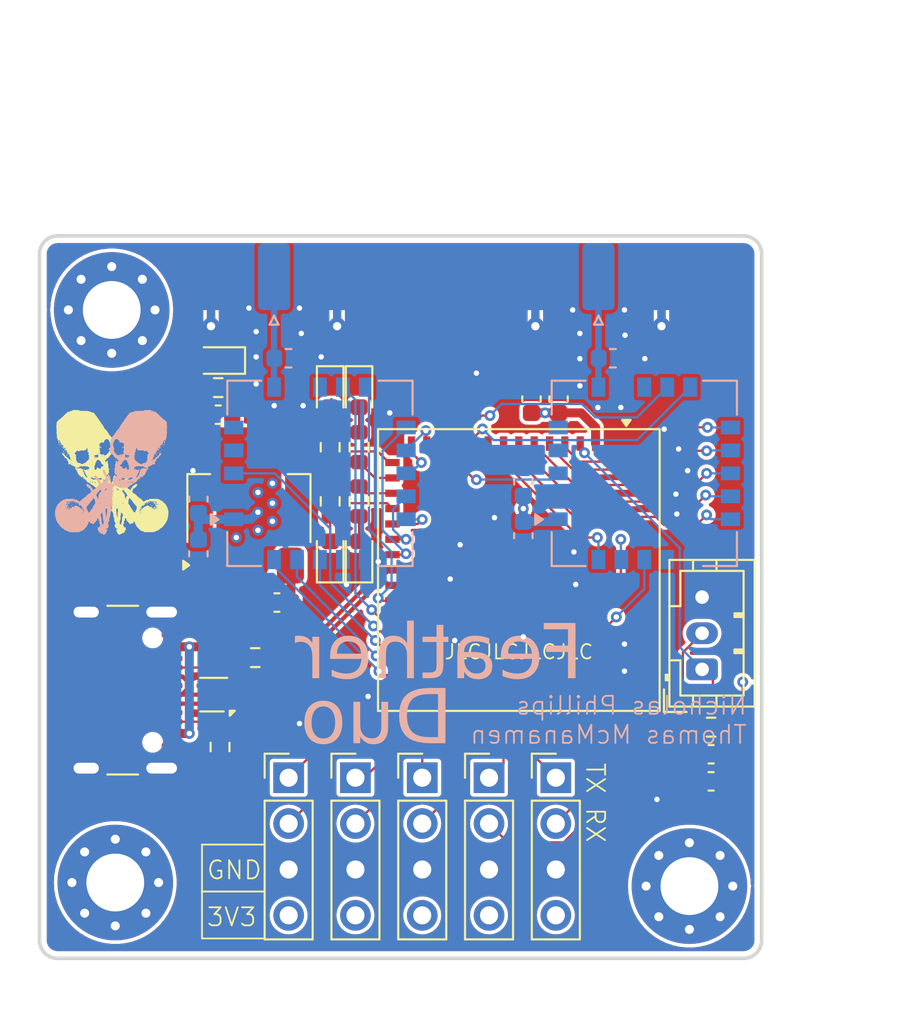
<source format=kicad_pcb>
(kicad_pcb (version 20240108) (generator "pcbnew") (generator_version "8.0")
  (title_block (title "Feather Duo") (date "2/14/2025") (rev "A") (company "Illinois Space Society") (comment 4 "Contributors: Nicholas Phillips, Thomas McManamen"))
  (layers (0 "F.Cu" signal) (1 "In1.Cu" signal) (2 "In2.Cu" signal) (31 "B.Cu" signal) (34 "B.Paste" user) (35 "F.Paste" user) (36 "B.SilkS" user "B.Silkscreen") (37 "F.SilkS" user "F.Silkscreen") (38 "B.Mask" user) (39 "F.Mask" user) (44 "Edge.Cuts" user))
  (net 0 "")
  (net 1 "GND")
  (net 2 "+3V3")
  (net 3 "/RESET")
  (net 4 "/BOOT")
  (net 5 "+5V")
  (net 6 "Net-(D101-A)")
  (net 7 "Net-(D102-A)")
  (net 8 "Net-(D103-A)")
  (net 9 "Net-(D104-A)")
  (net 11 "/D+")
  (net 13 "/D-")
  (net 16 "Net-(J201-In)")
  (net 17 "Net-(J301-In)")
  (net 18 "/E22_RXEN_1")
  (net 19 "/LED_RED")
  (net 20 "/LED_ORANGE")
  (net 21 "/LED_GREEN")
  (net 22 "/LED_BLUE")
  (net 23 "/E22_DI01_0")
  (net 24 "/E22_DI03_1")
  (net 25 "/E22_BUSY_0")
  (net 26 "/E22_TXEN_1")
  (net 27 "/E22_DI02_1")
  (net 28 "/E22_RESET_0")
  (net 29 "/E22_BUSY_1")
  (net 30 "/E22_RESET_1")
  (net 31 "/E22_CS_0")
  (net 32 "/E22_TXEN_0")
  (net 33 "/E22_CS_1")
  (net 34 "/E22_DI01_1")
  (net 35 "/E22_DI03_0")
  (net 36 "/E22_DI02_0")
  (net 37 "/E22_RXEN_0")
  (net 38 "/USB_D+")
  (net 39 "/USB_D-")
  (net 49 "Net-(D105-A)")
  (net 50 "/SPI_SCK_0")
  (net 51 "/SPI_SCK_1")
  (net 52 "/SPI_MISO_0")
  (net 53 "/SPI_MOSI_0")
  (net 54 "/SPI_MOSI_1")
  (net 55 "/SPI_MISO_1")
  (net 56 "/TX")
  (net 57 "/RX")
  (net 82 "Net-(J106-CC2)")
  (net 83 "Net-(J106-CC1)")
  (net 85 "/IO35")
  (net 86 "/IO36")
  (net 87 "/IO40")
  (net 88 "/IO39")
  (net 89 "/IO38")
  (net 90 "/IO37")
  (net 91 "/IO46")
  (net 92 "/IO41")
  (footprint "MountingHole:MountingHole_3.2mm_M3_Pad_Via" (layer "F.Cu") (at 156 89)
    (property "Reference" "H101" (hide yes))
    (property "Value" "M3" (hide yes))
  )
  (footprint "LED_SMD:LED_0603_1608Metric" (layer "F.Cu") (at 137.7 61.7 -90)
    (property "Reference" "D103" (hide yes))
    (property "Value" "GREEN LED")
  )
  (footprint "Capacitor_SMD:C_0603_1608Metric" (layer "F.Cu") (at 129.9 62.9 180)
    (property "Reference" "C106" (hide yes))
    (property "Value" "22uF")
  )
  (footprint "Resistor_SMD:R_0603_1608Metric" (layer "F.Cu") (at 137.7 64.7 90)
    (property "Reference" "R104" (hide yes))
    (property "Value" "1k")
  )
  (footprint "LED_SMD:LED_0603_1608Metric" (layer "F.Cu") (at 136.1 70.7 90)
    (property "Reference" "D101" (hide yes))
    (property "Value" "RED LED")
  )
  (footprint "Resistor_SMD:R_0603_1608Metric" (layer "F.Cu") (at 129.9 61.4 180)
    (property "Reference" "R108" (hide yes))
    (property "Value" "1k")
  )
  (footprint "Package_DFN_QFN:ST_UQFN-6L_1.5x1.7mm_P0.5mm" (layer "F.Cu") (at 129.65 78.4 180)
    (property "Reference" "U102" (hide yes))
    (property "Value" "ECMF02-2AMX6")
  )
  (footprint "Resistor_SMD:R_0603_1608Metric" (layer "F.Cu") (at 136.1 67.7 -90)
    (property "Reference" "R102" (hide yes))
    (property "Value" "1k")
  )
  (footprint "Resistor_SMD:R_0603_1608Metric" (layer "F.Cu") (at 157.2 80.2 180)
    (property "Reference" "R101" (hide yes))
    (property "Value" "20k")
  )
  (footprint "memes:doot" (layer "F.Cu") (at 124 66.1)
    (property "Reference" "G***" (hide yes))
    (property "Value" "LOGO" (hide yes))
  )
  (footprint "LED_SMD:LED_0603_1608Metric" (layer "F.Cu") (at 136.1 61.7 -90)
    (property "Reference" "D104" (hide yes))
    (property "Value" "BLUE LED")
  )
  (footprint "Capacitor_SMD:C_0603_1608Metric" (layer "F.Cu") (at 147.25 62.025 -90)
    (property "Reference" "C102" (hide yes))
    (property "Value" "0.1uF")
  )
  (footprint "LED_SMD:LED_0603_1608Metric" (layer "F.Cu") (at 129.9 59.9 180)
    (property "Reference" "D105" (hide yes))
    (property "Value" "RED LED")
  )
  (footprint "Resistor_SMD:R_0603_1608Metric" (layer "F.Cu") (at 131.95 76.35)
    (property "Reference" "R106" (hide yes))
    (property "Value" "5.1k")
  )
  (footprint "Connector_PinHeader_2.54mm:PinHeader_1x04_P2.54mm_Vertical" (layer "F.Cu") (at 144.9 83)
    (property "Reference" "J105" (hide yes))
    (property "Value" "Conn_01x04")
  )
  (footprint "Connector_PinHeader_2.54mm:PinHeader_1x04_P2.54mm_Vertical" (layer "F.Cu") (at 148.6 83)
    (property "Reference" "J107" (hide yes))
    (property "Value" "Conn_01x04")
  )
  (footprint "Capacitor_SMD:C_0603_1608Metric" (layer "F.Cu") (at 133.15 73.3 180)
    (property "Reference" "C105" (hide yes))
    (property "Value" "10uF")
  )
  (footprint "Connector_PinHeader_2.54mm:PinHeader_1x04_P2.54mm_Vertical" (layer "F.Cu") (at 137.5 83)
    (property "Reference" "J102" (hide yes))
    (property "Value" "Conn_01x04")
  )
  (footprint "Capacitor_SMD:C_0603_1608Metric" (layer "F.Cu") (at 148.75 62.025 -90)
    (property "Reference" "C101" (hide yes))
    (property "Value" "22uF")
  )
  (footprint "Resistor_SMD:R_0603_1608Metric" (layer "F.Cu") (at 136.1 64.7 90)
    (property "Reference" "R105" (hide yes))
    (property "Value" "1k")
  )
  (footprint "Resistor_SMD:R_0603_1608Metric" (layer "F.Cu") (at 130 81.3 -90)
    (property "Reference" "R107" (hide yes))
    (property "Value" "5.1k")
  )
  (footprint "Connector_USB:USB_C_Receptacle_GCT_USB4105-xx-A_16P_TopMnt_Horizontal" (layer "F.Cu") (at 123.66 78.15 -90)
    (property "Reference" "J106" (hide yes))
    (property "Value" "USB4105-GF-A")
  )
  (footprint "Resistor_SMD:R_0603_1608Metric" (layer "F.Cu") (at 137.7 67.7 -90)
    (property "Reference" "R103" (hide yes))
    (property "Value" "1k")
  )
  (footprint "Connector_PinHeader_2.54mm:PinHeader_1x04_P2.54mm_Vertical" (layer "F.Cu") (at 133.8 83)
    (property "Reference" "J101" (hide yes))
    (property "Value" "Conn_01x04")
  )
  (footprint "LED_SMD:LED_0603_1608Metric" (layer "F.Cu") (at 137.7 70.7 90)
    (property "Reference" "D102" (hide yes))
    (property "Value" "ORANGE LED")
  )
  (footprint "Package_TO_SOT_SMD:SOT-223-3_TabPin2" (layer "F.Cu") (at 131.6 68.1 90)
    (property "Reference" "U103" (hide yes))
    (property "Value" "AMS1117-3.3")
  )
  (footprint "Connector_PinHeader_2.54mm:PinHeader_1x04_P2.54mm_Vertical" (layer "F.Cu") (at 141.2 83)
    (property "Reference" "J104" (hide yes))
    (property "Value" "Conn_01x04")
  )
  (footprint "Capacitor_SMD:C_0603_1608Metric" (layer "F.Cu") (at 157.2 83.2)
    (property "Reference" "C104" (hide yes))
    (property "Value" "1uF")
  )
  (footprint "MountingHole:MountingHole_3.2mm_M3_Pad_Via" (layer "F.Cu") (at 124.197056 88.802944)
    (property "Reference" "H103" (hide yes))
    (property "Value" "M3" (hide yes))
  )
  (footprint "Connector_JST:JST_PH_B3B-PH-K_1x03_P2.00mm_Vertical" (layer "F.Cu") (at 156.7 77 90)
    (property "Reference" "J103" (hide yes))
    (property "Value" "Conn_01x03")
  )
  (footprint "MountingHole:MountingHole_3.2mm_M3_Pad_Via" (layer "F.Cu") (at 124 57.1)
    (property "Reference" "H102" (hide yes))
    (property "Value" "M3")
  )
  (footprint "Capacitor_SMD:C_0603_1608Metric" (layer "F.Cu") (at 157.2 81.7)
    (property "Reference" "C103" (hide yes))
    (property "Value" "1uF")
  )
  (footprint "RF_Module:ESP32-S2-MINI-1U" (layer "F.Cu") (at 146.55 71.5 -90)
    (property "Reference" "U101" (hide yes))
    (property "Value" "ESP32-S3-MINI-1U")
  )
  (footprint "Capacitor_SMD:C_0603_1608Metric" (layer "B.Cu") (at 128.8 70.6 -90)
    (property "Reference" "C302" (hide yes))
    (property "Value" "10nF")
  )
  (footprint "Capacitor_SMD:C_0603_1608Metric" (layer "B.Cu") (at 146.8 66.625 90)
    (property "Reference" "C201" (hide yes))
    (property "Value" "10uF")
  )
  (footprint "memes:doot" (layer "B.Cu") (at 124 66.1 180)
    (property "Reference" "G***" (hide yes))
    (property "Value" "LOGO" (hide yes))
  )
  (footprint "Connector_Coaxial:SMA_Molex_73251-2120_EdgeMount_Horizontal" (layer "B.Cu") (at 150.96 55.015 90)
    (property "Reference" "J201" (hide yes))
    (property "Value" "SMA")
  )
  (footprint "Inductor_SMD:L_0603_1608Metric" (layer "B.Cu") (at 133.7925 59.775)
    (property "Reference" "L301" (hide yes))
    (property "Value" "330nH")
  )
  (footprint "Inductor_SMD:L_0603_1608Metric" (layer "B.Cu") (at 151.76 59.775)
    (property "Reference" "L201" (hide yes))
    (property "Value" "330nH")
  )
  (footprint "RF_Module_Ebyte:E22-400MM22S" (layer "B.Cu") (at 135.5325 66.1478)
    (property "Reference" "U301" (hide yes))
    (property "Value" "E22-400MM22S")
  )
  (footprint "Capacitor_SMD:C_0603_1608Metric" (layer "B.Cu") (at 128.8 67.575 90)
    (property "Reference" "C301" (hide yes))
    (property "Value" "10uF")
  )
  (footprint "Connector_Coaxial:SMA_Molex_73251-2120_EdgeMount_Horizontal" (layer "B.Cu") (at 132.9925 55.015 90)
    (property "Reference" "J301" (hide yes))
    (property "Value" "SMA")
  )
  (footprint "RF_Module_Ebyte:E22-400MM22S" (layer "B.Cu") (at 153.5 66.1478)
    (property "Reference" "U201" (hide yes))
    (property "Value" "E22-400MM22S")
  )
  (footprint "Capacitor_SMD:C_0603_1608Metric" (layer "B.Cu") (at 146.8 69.6 -90)
    (property "Reference" "C202" (hide yes))
    (property "Value" "10nF")
  )
  (gr_line (start 129 86.7) (end 132.4 86.7) (stroke (width 0.1)) (layer "F.SilkS"))
  (gr_line (start 132.4 89.3) (end 129 89.3) (stroke (width 0.1)) (layer "F.SilkS"))
  (gr_line (start 129 86.7) (end 129 89.3) (stroke (width 0.1)) (layer "F.SilkS"))
  (gr_line (start 132.4 91.9) (end 129 91.9) (stroke (width 0.1)) (layer "F.SilkS"))
  (gr_line (start 129 89.3) (end 129 91.9) (stroke (width 0.1)) (layer "F.SilkS"))
  (gr_line (start 160 92) (end 160 54) (stroke (width 0.2)) (layer "Edge.Cuts"))
  (gr_line (start 120 54) (end 120 92) (stroke (width 0.2)) (layer "Edge.Cuts"))
  (gr_line (start 121 93) (end 159 93) (stroke (width 0.2)) (layer "Edge.Cuts"))
  (gr_line (start 159 53) (end 121 53) (stroke (width 0.2)) (layer "Edge.Cuts"))
  (gr_arc (start 121 93) (mid 120.292893 92.707107) (end 120 92) (stroke (width 0.2)) (layer "Edge.Cuts"))
  (gr_arc (start 120 54) (mid 120.292893 53.292893) (end 121 53) (stroke (width 0.2)) (layer "Edge.Cuts"))
  (gr_arc (start 160 92) (mid 159.707107 92.707107) (end 159 93) (stroke (width 0.2)) (layer "Edge.Cuts"))
  (gr_arc (start 159 53) (mid 159.707107 53.292893) (end 160 54) (stroke (width 0.2)) (layer "Edge.Cuts"))
  (gr_text "Duo" (at 142.9 81.6 0) (layer "B.SilkS") (effects (font (size 3 3) (thickness 0.1)) (justify left bottom mirror)))
  (gr_text "Nicholas Phillips\nThomas McManamen" (at 159.25 81.2 0) (layer "B.SilkS") (effects (font (size 1 1) (thickness 0.1)) (justify left bottom mirror)))
  (gr_text "Feather" (at 150.1 78 0) (layer "B.SilkS") (effects (font (size 3 3) (thickness 0.1)) (justify left bottom mirror)))
  (gr_text "3V3\n" (at 129.2 91.3 -0) (layer "F.SilkS") (effects (font (size 1 1) (thickness 0.1)) (justify left bottom)))
  (gr_text "TX RX" (at 150.2 82.1 -90) (layer "F.SilkS") (effects (font (size 1 1) (thickness 0.1)) (justify left bottom)))
  (gr_text "JLCJLCJLCJLC" (at 146.55 76.5 0) (layer "F.SilkS") (effects (font (size 0.8 0.8) (thickness 0.1)) (justify bottom)))
  (gr_text "GND" (at 129.2 88.7 -0) (layer "F.SilkS") (effects (font (size 1 1) (thickness 0.1)) (justify left bottom)))
  (via (at 155.3 68.4) (size 0.6) (drill 0.3) (layers "F.Cu" "B.Cu") (net 1))
  (via (at 152.4 75.6) (size 0.6) (drill 0.3) (layers "F.Cu" "B.Cu") (net 1))
  (via (at 134.5 58.4) (size 0.6) (drill 0.3) (layers "F.Cu" "B.Cu") (net 1))
  (via (at 132 61.2) (size 0.6) (drill 0.3) (layers "F.Cu" "B.Cu") (net 1))
  (via (at 149.53 57.1) (size 0.6) (drill 0.3) (layers "F.Cu" "B.Cu") (net 1))
  (via (at 144.2 60.6) (size 0.6) (drill 0.3) (layers "F.Cu" "B.Cu") (net 1))
  (via (at 152.2 62.5) (size 0.6) (drill 0.3) (layers "F.Cu" "B.Cu") (net 1))
  (via (at 154.6 63.7) (size 0.6) (drill 0.3) (layers "F.Cu" "B.Cu") (net 1))
  (via (at 154.2 84.2) (size 0.6) (drill 0.3) (layers "F.Cu" "B.Cu") (net 1))
  (via (at 149.7 72.3) (size 0.6) (drill 0.3) (layers "F.Cu" "B.Cu") (net 1))
  (via (at 150.93 62.5) (size 0.6) (drill 0.3) (layers "F.Cu" "B.Cu") (net 1))
  (via (at 153.53 59.8) (size 0.6) (drill 0.3) (layers "F.Cu" "B.Cu") (net 1))
  (via (at 132 58.3) (size 0.6) (drill 0.3) (layers "F.Cu" "B.Cu") (net 1))
  (via (at 149.93 58.4) (size 0.6) (drill 0.3) (layers "F.Cu" "B.Cu") (net 1))
  (via (at 142.75 72) (size 0.6) (drill 0.3) (layers "F.Cu" "B.Cu") (net 1))
  (via (at 134.4 80) (size 0.6) (drill 0.3) (layers "F.Cu" "B.Cu") (net 1))
  (via (at 143 75.4) (size 0.6) (drill 0.3) (layers "F.Cu" "B.Cu") (net 1))
  (via (at 152.43 58.5) (size 0.6) (drill 0.3) (layers "F.Cu" "B.Cu") (net 1))
  (via (at 155.9 66) (size 0.6) (drill 0.3) (layers "F.Cu" "B.Cu") (net 1))
  (via (at 128.5 66) (size 0.6) (drill 0.3) (layers "F.Cu" "B.Cu") (net 1))
  (via (at 145.2 68.6) (size 0.6) (drill 0.3) (layers "F.Cu" "B.Cu") (net 1))
  (via (at 155.25 67.3) (size 0.6) (drill 0.3) (layers "F.Cu" "B.Cu") (net 1))
  (via (at 135.6 59.7) (size 0.6) (drill 0.3) (layers "F.Cu" "B.Cu") (net 1))
  (via (at 149.93 61.3) (size 0.6) (drill 0.3) (layers "F.Cu" "B.Cu") (net 1))
  (via (at 137 72.3) (size 0.6) (drill 0.3) (layers "F.Cu" "B.Cu") (net 1))
  (via (at 149.6 70.5) (size 0.6) (drill 0.3) (layers "F.Cu" "B.Cu") (net 1))
  (via (at 143.3 70.1) (size 0.6) (drill 0.3) (layers "F.Cu" "B.Cu") (net 1))
  (via (at 134.4 57) (size 0.6) (drill 0.3) (layers "F.Cu" "B.Cu") (net 1))
  (via (at 133 62.4) (size 0.6) (drill 0.3) (layers "F.Cu" "B.Cu") (net 1))
  (via (at 132 59.7) (size 0.6) (drill 0.3) (layers "F.Cu" "B.Cu") (net 1))
  (via (at 146.8 75.2) (size 0.6) (drill 0.3) (layers "F.Cu" "B.Cu") (net 1))
  (via (at 155.4 64.8) (size 0.6) (drill 0.3) (layers "F.Cu" "B.Cu") (net 1))
  (via (at 138.2 78.5) (size 0.6) (drill 0.3) (layers "F.Cu" "B.Cu") (net 1))
  (via (at 134.6 62.4) (size 0.6) (drill 0.3) (layers "F.Cu" "B.Cu") (net 1))
  (via (at 131.6 57) (size 0.6) (drill 0.3) (layers "F.Cu" "B.Cu") (net 1))
  (via (at 138.766615 71.038007) (size 0.6) (drill 0.3) (layers "F.Cu" "B.Cu") (net 1))
  (via (at 149.93 59.8) (size 0.6) (drill 0.3) (layers "F.Cu" "B.Cu") (net 1))
  (via (at 152.4 77.1) (size 0.6) (drill 0.3) (layers "F.Cu" "B.Cu") (net 1))
  (via (at 152.4 57.1) (size 0.6) (drill 0.3) (layers "F.Cu" "B.Cu") (net 1))
  (via (at 139.4 62.8) (size 0.6) (drill 0.3) (layers "F.Cu" "B.Cu") (net 1))
  (segment (start 150.8 63.6) (end 150.8 64.5) (width 0.5) (layer "F.Cu") (net 2))
  (segment (start 130.675 62.9) (end 130.675 61.425) (width 0.5) (layer "F.Cu") (net 2))
  (segment (start 130.675 64.025) (end 131.6 64.95) (width 0.5) (layer "F.Cu") (net 2))
  (segment (start 130.675 62.9) (end 130.675 64.025) (width 0.5) (layer "F.Cu") (net 2))
  (segment (start 130.675 61.425) (end 130.7 61.4) (width 0.127) (layer "F.Cu") (net 2))
  (segment (start 158.95 77.7) (end 158.95 79.275) (width 0.127) (layer "F.Cu") (net 2))
  (segment (start 158.95 79.275) (end 158.025 80.2) (width 0.127) (layer "F.Cu") (net 2))
  (segment (start 148 62.8) (end 148.75 62.8) (width 0.5) (layer "F.Cu") (net 2))
  (segment (start 150 62.8) (end 150.8 63.6) (width 0.5) (layer "F.Cu") (net 2))
  (segment (start 147.25 62.8) (end 148 62.8) (width 0.5) (layer "F.Cu") (net 2))
  (segment (start 148.75 62.8) (end 150 62.8) (width 0.5) (layer "F.Cu") (net 2))
  (via (at 158.95 77.7) (size 0.6) (drill 0.3) (layers "F.Cu" "B.Cu") (net 2))
  (via (at 132.1 69.3) (size 0.6) (drill 0.3) (layers "F.Cu" "B.Cu") (net 2))
  (via (at 132.9 67.8) (size 0.6) (drill 0.3) (layers "F.Cu" "B.Cu") (net 2))
  (via (at 146.8 68.1) (size 0.6) (drill 0.3) (layers "F.Cu" "B.Cu") (net 2))
  (via (at 132.1 67.2) (size 0.6) (drill 0.3) (layers "F.Cu" "B.Cu") (net 2))
  (via (at 148 62.8) (size 0.6) (drill 0.3) (layers "F.Cu" "B.Cu") (net 2))
  (via (at 132.9 68.8) (size 0.6) (drill 0.3) (layers "F.Cu" "B.Cu") (net 2))
  (via (at 132.9 66.7) (size 0.6) (drill 0.3) (layers "F.Cu" "B.Cu") (net 2))
  (via (at 130.9 69.7) (size 0.6) (drill 0.3) (layers "F.Cu" "B.Cu") (net 2))
  (via (at 132.1 68.3) (size 0.6) (drill 0.3) (layers "F.Cu" "B.Cu") (net 2))
  (segment (start 146.8 68.825) (end 148.59 68.825) (width 0.5) (layer "B.Cu") (net 2))
  (segment (start 146.8 68.1) (end 146.8 68.825) (width 0.5) (layer "B.Cu") (net 2))
  (segment (start 131.7122 68.6878) (end 132.1 68.3) (width 0.5) (layer "B.Cu") (net 2))
  (segment (start 128.8 69.825) (end 128.8 68.35) (width 0.5) (layer "B.Cu") (net 2))
  (segment (start 130.7597 68.6878) (end 131.7122 68.6878) (width 0.5) (layer "B.Cu") (net 2))
  (segment (start 130.7475 68.7) (end 130.7597 68.6878) (width 0.5) (layer "B.Cu") (net 2))
  (segment (start 129.15 68.7) (end 130.7475 68.7) (width 0.5) (layer "B.Cu") (net 2))
  (segment (start 146.8 68.1) (end 146.8 67.4) (width 0.5) (layer "B.Cu") (net 2))
  (segment (start 128.8 68.35) (end 129.15 68.7) (width 0.5) (layer "B.Cu") (net 2))
  (segment (start 148.59 68.825) (end 148.7272 68.6878) (width 0.5) (layer "B.Cu") (net 2))
  (segment (start 155.6345 79.4595) (end 156.375 80.2) (width 0.127) (layer "F.Cu") (net 3))
  (segment (start 156.375 80.2) (end 156.375 80.275) (width 0.127) (layer "F.Cu") (net 3))
  (segment (start 156.7 75) (end 155.6345 76.0655) (width 0.127) (layer "F.Cu") (net 3))
  (segment (start 155.6345 76.0655) (end 155.6345 79.4595) (width 0.127) (layer "F.Cu") (net 3))
  (segment (start 152.5 78.631) (end 152.5 78.5) (width 0.127) (layer "F.Cu") (net 3))
  (segment (start 154.069 80.2) (end 152.5 78.631) (width 0.127) (layer "F.Cu") (net 3))
  (segment (start 156.375 80.275) (end 156.425 80.325) (width 0.127) (layer "F.Cu") (net 3))
  (segment (start 156.375 80.2) (end 154.069 80.2) (width 0.127) (layer "F.Cu") (net 3))
  (segment (start 156.425 80.325) (end 156.425 81.7) (width 0.127) (layer "F.Cu") (net 3))
  (segment (start 156.7 77) (end 157.3 77.6) (width 0.127) (layer "F.Cu") (net 4))
  (segment (start 149.95 64.5) (end 149.95 64.772224) (width 0.127) (layer "F.Cu") (net 4))
  (segment (start 157.3 77.6) (end 157.3 82.325) (width 0.127) (layer "F.Cu") (net 4))
  (segment (start 157.3 82.325) (end 156.425 83.2) (width 0.127) (layer "F.Cu") (net 4))
  (segment (start 149.95 64.772224) (end 150.187277 65.009501) (width 0.127) (layer "F.Cu") (net 4))
  (via (at 150.187277 65.009501) (size 0.6) (drill 0.3) (layers "F.Cu" "B.Cu") (net 4))
  (segment (start 155.4681 70.290324) (end 155.4681 75.7681) (width 0.127) (layer "B.Cu") (net 4))
  (segment (start 150.187277 65.009501) (end 155.4681 70.290324) (width 0.127) (layer "B.Cu") (net 4))
  (segment (start 155.4681 75.7681) (end 156.7 77) (width 0.127) (layer "B.Cu") (net 4))
  (segment (start 128.3 75.75) (end 127.34 75.75) (width 0.5) (layer "F.Cu") (net 5))
  (segment (start 132.325 74.9) (end 133.925 73.3) (width 0.5) (layer "F.Cu") (net 5))
  (segment (start 128.3 75.75) (end 129.9 75.75) (width 0.5) (layer "F.Cu") (net 5))
  (segment (start 127.34 80.55) (end 128.3 80.55) (width 0.5) (layer "F.Cu") (net 5))
  (segment (start 133.925 73.3) (end 133.925 71.275) (width 0.5) (layer "F.Cu") (net 5))
  (segment (start 129.9 75.75) (end 130.75 74.9) (width 0.5) (layer "F.Cu") (net 5))
  (segment (start 133.925 71.275) (end 133.9 71.25) (width 0.5) (layer "F.Cu") (net 5))
  (segment (start 130.75 74.9) (end 132.325 74.9) (width 0.5) (layer "F.Cu") (net 5))
  (via (at 128.3 80.55) (size 0.6) (drill 0.3) (layers "F.Cu" "B.Cu") (net 5))
  (via (at 128.3 75.75) (size 0.6) (drill 0.3) (layers "F.Cu" "B.Cu") (net 5))
  (segment (start 128.3 80.55) (end 128.3 75.75) (width 0.5) (layer "B.Cu") (net 5))
  (segment (start 136.1 69.9125) (end 136.1 68.525) (width 0.127) (layer "F.Cu") (net 6))
  (segment (start 137.7 69.9125) (end 137.7 68.525) (width 0.127) (layer "F.Cu") (net 7))
  (segment (start 137.7 63.875) (end 137.7 62.4875) (width 0.127) (layer "F.Cu") (net 8))
  (segment (start 136.1 63.875) (end 136.1 62.4875) (width 0.127) (layer "F.Cu") (net 9))
  (segment (start 126.5 78.658) (end 126.742 78.9) (width 0.23) (layer "F.Cu") (net 11))
  (segment (start 127.35 77.9) (end 126.775001 77.9) (width 0.23) (layer "F.Cu") (net 11))
  (segment (start 126.5 78.175001) (end 126.5 78.658) (width 0.23) (layer "F.Cu") (net 11))
  (segment (start 126.742 78.9) (end 129 78.9) (width 0.23) (layer "F.Cu") (net 11))
  (segment (start 126.775001 77.9) (end 126.5 78.175001) (width 0.23) (layer "F.Cu") (net 11))
  (segment (start 127.35 77.4) (end 127.924999 77.4) (width 0.23) (layer "F.Cu") (net 13))
  (segment (start 128.167 78.108384) (end 127.875384 78.4) (width 0.23) (layer "F.Cu") (net 13))
  (segment (start 127.875384 78.4) (end 129 78.4) (width 0.23) (layer "F.Cu") (net 13))
  (segment (start 127.34 78.4) (end 127.875384 78.4) (width 0.23) (layer "F.Cu") (net 13))
  (segment (start 127.924999 77.4) (end 128.167 77.642001) (width 0.23) (layer "F.Cu") (net 13))
  (segment (start 128.167 77.642001) (end 128.167 78.108384) (width 0.23) (layer "F.Cu") (net 13))
  (segment (start 150.96 61.375) (end 150.96 55.265) (width 0.3493) (layer "B.Cu") (net 16))
  (segment (start 132.9925 61.375) (end 132.9925 55.265) (width 0.3493) (layer "B.Cu") (net 17))
  (segment (start 138.9 73.2) (end 138.759471 73.059471) (width 0.127) (layer "F.Cu") (net 18))
  (segment (start 139.55 73.2) (end 138.9 73.2) (width 0.127) (layer "F.Cu") (net 18))
  (via (at 138.759471 73.059471) (size 0.6) (drill 0.3) (layers "F.Cu" "B.Cu") (net 18))
  (segment (start 138.759471 73.059471) (end 139.5 72.318942) (width 0.127) (layer "B.Cu") (net 18))
  (segment (start 139.5 72.318942) (end 139.5 70.5) (width 0.127) (layer "B.Cu") (net 18))
  (segment (start 139.5 70.5) (end 138.25 69.25) (width 0.127) (layer "B.Cu") (net 18))
  (segment (start 138.25 61.5525) (end 138.0725 61.375) (width 0.127) (layer "B.Cu") (net 18))
  (segment (start 138.25 69.25) (end 138.25 61.5525) (width 0.127) (layer "B.Cu") (net 18))
  (segment (start 137.025 67.8) (end 136.1 66.875) (width 0.127) (layer "F.Cu") (net 19))
  (segment (start 139.25 67.8) (end 137.025 67.8) (width 0.127) (layer "F.Cu") (net 19))
  (segment (start 139.55 68.1) (end 139.25 67.8) (width 0.127) (layer "F.Cu") (net 19))
  (segment (start 139.55 67.25) (end 138.075 67.25) (width 0.127) (layer "F.Cu") (net 20))
  (segment (start 138.075 67.25) (end 137.7 66.875) (width 0.127) (layer "F.Cu") (net 20))
  (segment (start 139.55 66.4) (end 138.575 66.4) (width 0.127) (layer "F.Cu") (net 21))
  (segment (start 138.575 66.4) (end 137.7 65.525) (width 0.127) (layer "F.Cu") (net 21))
  (segment (start 139.35 65.55) (end 138.7345 64.9345) (width 0.127) (layer "F.Cu") (net 22))
  (segment (start 136.6905 64.9345) (end 136.1 65.525) (width 0.127) (layer "F.Cu") (net 22))
  (segment (start 139.55 65.55) (end 139.35 65.55) (width 0.127) (layer "F.Cu") (net 22))
  (segment (start 138.7345 64.9345) (end 136.6905 64.9345) (width 0.127) (layer "F.Cu") (net 22))
  (segment (start 150.9 69.7) (end 149.9 69.7) (width 0.127) (layer "F.Cu") (net 23))
  (segment (start 144.85 64.65) (end 144.85 64.5) (width 0.127) (layer "F.Cu") (net 23))
  (segment (start 149.9 69.7) (end 144.85 64.65) (width 0.127) (layer "F.Cu") (net 23))
  (via (at 150.9 69.7) (size 0.6) (drill 0.3) (layers "F.Cu" "B.Cu") (net 23))
  (segment (start 150.96 69.76) (end 150.9 69.7) (width 0.127) (layer "B.Cu") (net 23))
  (segment (start 150.96 70.9206) (end 150.96 69.76) (width 0.127) (layer "B.Cu") (net 23))
  (segment (start 139.55 75.75) (end 138.95 75.75) (width 0.127) (layer "F.Cu") (net 24))
  (segment (start 138.95 75.75) (end 138.6 75.4) (width 0.127) (layer "F.Cu") (net 24))
  (via (at 138.6 75.4) (size 0.6) (drill 0.3) (layers "F.Cu" "B.Cu") (net 24))
  (segment (start 135.5325 72.3325) (end 135.5325 70.9206) (width 0.127) (layer "B.Cu") (net 24))
  (segment (start 138.6 75.4) (end 135.5325 72.3325) (width 0.127) (layer "B.Cu") (net 24))
  (segment (start 152.619 65.5) (end 152.9595 65.1595) (width 0.127) (layer "F.Cu") (net 25))
  (segment (start 149.9 65.5) (end 152.619 65.5) (width 0.127) (layer "F.Cu") (net 25))
  (segment (start 149.1 64.7) (end 149.9 65.5) (width 0.127) (layer "F.Cu") (net 25))
  (segment (start 155.631 63.6) (end 157 63.6) (width 0.127) (layer "F.Cu") (net 25))
  (segment (start 152.9595 65.1595) (end 154.0715 65.1595) (width 0.127) (layer "F.Cu") (net 25))
  (segment (start 154.0715 65.1595) (end 155.631 63.6) (width 0.127) (layer "F.Cu") (net 25))
  (segment (start 149.1 64.5) (end 149.1 64.7) (width 0.127) (layer "F.Cu") (net 25))
  (via (at 157 63.6) (size 0.6) (drill 0.3) (layers "F.Cu" "B.Cu") (net 25))
  (segment (start 157 63.6) (end 157.0078 63.6078) (width 0.127) (layer "B.Cu") (net 25))
  (segment (start 157.0078 63.6078) (end 158.2728 63.6078) (width 0.127) (layer "B.Cu") (net 25))
  (segment (start 138.75 74.05) (end 138.4 73.7) (width 0.127) (layer "F.Cu") (net 26))
  (segment (start 139.55 74.05) (end 138.75 74.05) (width 0.127) (layer "F.Cu") (net 26))
  (via (at 138.4 73.7) (size 0.6) (drill 0.3) (layers "F.Cu" "B.Cu") (net 26))
  (segment (start 138.4 73.7) (end 137.5006 72.8006) (width 0.127) (layer "B.Cu") (net 26))
  (segment (start 137.5006 72.8006) (end 137.5006 62.0731) (width 0.127) (layer "B.Cu") (net 26))
  (segment (start 137.5006 62.0731) (end 136.8025 61.375) (width 0.127) (layer "B.Cu") (net 26))
  (segment (start 138.993672 76.6) (end 138.646836 76.253164) (width 0.127) (layer "F.Cu") (net 27))
  (segment (start 139.55 76.6) (end 138.993672 76.6) (width 0.127) (layer "F.Cu") (net 27))
  (via (at 138.646836 76.253164) (size 0.6) (drill 0.3) (layers "F.Cu" "B.Cu") (net 27))
  (segment (start 134.2625 71.868828) (end 134.2625 70.9206) (width 0.127) (layer "B.Cu") (net 27))
  (segment (start 138.646836 76.253164) (end 134.2625 71.868828) (width 0.127) (layer "B.Cu") (net 27))
  (segment (start 144.2 66.5) (end 144.1 66.5) (width 0.127) (layer "F.Cu") (net 28))
  (segment (start 142.3 64.7) (end 142.3 64.5) (width 0.127) (layer "F.Cu") (net 28))
  (segment (start 144.1 66.5) (end 142.3 64.7) (width 0.127) (layer "F.Cu") (net 28))
  (via (at 144.2 66.5) (size 0.6) (drill 0.3) (layers "F.Cu" "B.Cu") (net 28))
  (segment (start 148.6794 66.1) (end 148.7272 66.1478) (width 0.127) (layer "B.Cu") (net 28))
  (segment (start 144.2095 66.4905) (end 148.3845 66.4905) (width 0.127) (layer "B.Cu") (net 28))
  (segment (start 144.2 66.5) (end 144.2095 66.4905) (width 0.127) (layer "B.Cu") (net 28))
  (segment (start 148.3845 66.4905) (end 148.7272 66.1478) (width 0.127) (layer "B.Cu") (net 28))
  (segment (start 140.25 70.65) (end 140.3 70.6) (width 0.127) (layer "F.Cu") (net 29))
  (segment (start 139.55 70.65) (end 140.25 70.65) (width 0.127) (layer "F.Cu") (net 29))
  (via (at 140.3 70.6) (size 0.6) (drill 0.3) (layers "F.Cu" "B.Cu") (net 29))
  (segment (start 140.3 70.6) (end 139 69.3) (width 0.127) (layer "B.Cu") (net 29))
  (segment (start 139 64.9131) (end 140.3053 63.6078) (width 0.127) (layer "B.Cu") (net 29))
  (segment (start 139 69.3) (end 139 64.9131) (width 0.127) (layer "B.Cu") (net 29))
  (segment (start 139.55 74.9) (end 138.8 74.9) (width 0.127) (layer "F.Cu") (net 30))
  (segment (start 138.8 74.9) (end 138.5 74.6) (width 0.127) (layer "F.Cu") (net 30))
  (via (at 138.5 74.6) (size 0.6) (drill 0.3) (layers "F.Cu" "B.Cu") (net 30))
  (segment (start 133.041472 66.1478) (end 130.7597 66.1478) (width 0.127) (layer "B.Cu") (net 30))
  (segment (start 136.1044 69.210728) (end 133.041472 66.1478) (width 0.127) (layer "B.Cu") (net 30))
  (segment (start 136.1044 72.2044) (end 136.1044 69.210728) (width 0.127) (layer "B.Cu") (net 30))
  (segment (start 138.5 74.6) (end 136.1044 72.2044) (width 0.127) (layer "B.Cu") (net 30))
  (segment (start 154.1 67.7095) (end 154.2405 67.85) (width 0.127) (layer "F.Cu") (net 31))
  (segment (start 146.55 64.631) (end 149.6285 67.7095) (width 0.127) (layer "F.Cu") (net 31))
  (segment (start 146.55 64.5) (end 146.55 64.631) (width 0.127) (layer "F.Cu") (net 31))
  (segment (start 156.4 67.85) (end 156.9 67.35) (width 0.127) (layer "F.Cu") (net 31))
  (segment (start 149.6285 67.7095) (end 154.1 67.7095) (width 0.127) (layer "F.Cu") (net 31))
  (segment (start 154.2405 67.85) (end 156.4 67.85) (width 0.127) (layer "F.Cu") (net 31))
  (via (at 156.9 67.35) (size 0.6) (drill 0.3) (layers "F.Cu" "B.Cu") (net 31))
  (segment (start 156.9 67.35) (end 156.9678 67.4178) (width 0.127) (layer "B.Cu") (net 31))
  (segment (start 156.9678 67.4178) (end 158.2728 67.4178) (width 0.127) (layer "B.Cu") (net 31))
  (segment (start 143.15 64.3) (end 144.5 62.95) (width 0.127) (layer "F.Cu") (net 32))
  (segment (start 144.5 62.95) (end 144.95 62.95) (width 0.127) (layer "F.Cu") (net 32))
  (segment (start 143.15 64.5) (end 143.15 64.3) (width 0.127) (layer "F.Cu") (net 32))
  (via (at 144.95 62.95) (size 0.6) (drill 0.3) (layers "F.Cu" "B.Cu") (net 32))
  (segment (start 144.95 62.95) (end 145.5905 62.3095) (width 0.127) (layer "B.Cu") (net 32))
  (segment (start 153.095 63.05) (end 154.77 61.375) (width 0.127) (layer "B.Cu") (net 32))
  (segment (start 150.045828 62.3095) (end 150.786328 63.05) (width 0.127) (layer "B.Cu") (net 32))
  (segment (start 150.786328 63.05) (end 153.095 63.05) (width 0.127) (layer "B.Cu") (net 32))
  (segment (start 145.5905 62.3095) (end 150.045828 62.3095) (width 0.127) (layer "B.Cu") (net 32))
  (segment (start 139.55 69.8) (end 140.3 69.8) (width 0.127) (layer "F.Cu") (net 33))
  (via (at 140.3 69.8) (size 0.6) (drill 0.3) (layers "F.Cu" "B.Cu") (net 33))
  (segment (start 139.583801 68.139299) (end 140.3053 67.4178) (width 0.127) (layer "B.Cu") (net 33))
  (segment (start 140.124101 69.8) (end 139.583801 69.2597) (width 0.127) (layer "B.Cu") (net 33))
  (segment (start 139.583801 69.2597) (end 139.583801 68.139299) (width 0.127) (layer "B.Cu") (net 33))
  (segment (start 140.3 69.8) (end 140.124101 69.8) (width 0.127) (layer "B.Cu") (net 33))
  (segment (start 139.15 77.45) (end 138.8 77.1) (width 0.127) (layer "F.Cu") (net 34))
  (segment (start 139.55 77.45) (end 139.15 77.45) (width 0.127) (layer "F.Cu") (net 34))
  (via (at 138.8 77.1) (size 0.6) (drill 0.3) (layers "F.Cu" "B.Cu") (net 34))
  (segment (start 132.9925 71.2925) (end 132.9925 70.9206) (width 0.127) (layer "B.Cu") (net 34))
  (segment (start 138.8 77.1) (end 132.9925 71.2925) (width 0.127) (layer "B.Cu") (net 34))
  (segment (start 149.1 76.95) (end 151.95 74.1) (width 0.127) (layer "F.Cu") (net 35))
  (segment (start 149.1 78.5) (end 149.1 76.95) (width 0.127) (layer "F.Cu") (net 35))
  (via (at 151.95 74.1) (size 0.6) (drill 0.3) (layers "F.Cu" "B.Cu") (net 35))
  (segment (start 153.5 72.55) (end 153.5 70.9206) (width 0.127) (layer "B.Cu") (net 35))
  (segment (start 151.95 74.1) (end 153.5 72.55) (width 0.127) (layer "B.Cu") (net 35))
  (segment (start 146.55 78.3) (end 152.2 72.65) (width 0.127) (layer "F.Cu") (net 36))
  (segment (start 152.2 72.65) (end 152.2 69.8) (width 0.127) (layer "F.Cu") (net 36))
  (segment (start 146.55 78.5) (end 146.55 78.3) (width 0.127) (layer "F.Cu") (net 36))
  (via (at 152.2 69.8) (size 0.6) (drill 0.3) (layers "F.Cu" "B.Cu") (net 36))
  (segment (start 152.2 70.8906) (end 152.23 70.9206) (width 0.127) (layer "B.Cu") (net 36))
  (segment (start 152.2 69.8) (end 152.2 70.8906) (width 0.127) (layer "B.Cu") (net 36))
  (segment (start 144 64.222122) (end 144 64.5) (width 0.127) (layer "F.Cu") (net 37))
  (segment (start 144.532694 63.689428) (end 144 64.222122) (width 0.127) (layer "F.Cu") (net 37))
  (via (at 144.532694 63.689428) (size 0.6) (drill 0.3) (layers "F.Cu" "B.Cu") (net 37))
  (segment (start 156.04 61.375) (end 153.1091 64.3059) (width 0.127) (layer "B.Cu") (net 37))
  (segment (start 145.149166 64.3059) (end 144.532694 63.689428) (width 0.127) (layer "B.Cu") (net 37))
  (segment (start 153.1091 64.3059) (end 145.149166 64.3059) (width 0.127) (layer "B.Cu") (net 37))
  (segment (start 138.898938 72.1035) (end 139.1035 72.1035) (width 0.23) (layer "F.Cu") (net 38))
  (segment (start 139.35 72.35) (end 139.55 72.35) (width 0.23) (layer "F.Cu") (net 38))
  (segment (start 130.750001 78.9) (end 130.821501 78.8285) (width 0.23) (layer "F.Cu") (net 38))
  (segment (start 130.821501 78.8285) (end 132.173938 78.8285) (width 0.23) (layer "F.Cu") (net 38))
  (segment (start 132.173938 78.8285) (end 138.898938 72.1035) (width 0.23) (layer "F.Cu") (net 38))
  (segment (start 130.3 78.9) (end 130.750001 78.9) (width 0.23) (layer "F.Cu") (net 38))
  (segment (start 139.1035 72.1035) (end 139.35 72.35) (width 0.23) (layer "F.Cu") (net 38))
  (segment (start 130.821501 78.4715) (end 132.026062 78.4715) (width 0.23) (layer "F.Cu") (net 39))
  (segment (start 130.3 78.4) (end 130.750001 78.4) (width 0.23) (layer "F.Cu") (net 39))
  (segment (start 139.1035 71.7465) (end 139.35 71.5) (width 0.23) (layer "F.Cu") (net 39))
  (segment (start 138.751062 71.7465) (end 139.1035 71.7465) (width 0.23) (layer "F.Cu") (net 39))
  (segment (start 130.750001 78.4) (end 130.821501 78.4715) (width 0.23) (layer "F.Cu") (net 39))
  (segment (start 132.026062 78.4715) (end 138.751062 71.7465) (width 0.23) (layer "F.Cu") (net 39))
  (segment (start 139.35 71.5) (end 139.55 71.5) (width 0.23) (layer "F.Cu") (net 39))
  (segment (start 129.075 59.9) (end 129.075 61.375) (width 0.127) (layer "F.Cu") (net 49))
  (segment (start 129.075 61.375) (end 129.05 61.4) (width 0.127) (layer "F.Cu") (net 49))
  (segment (start 129.2125 60.1) (end 129.2 60.1125) (width 0.127) (layer "F.Cu") (net 49))
  (segment (start 145.7 64.631) (end 149.6285 68.5595) (width 0.127) (layer "F.Cu") (net 50))
  (segment (start 154.581 69) (end 156.4 69) (width 0.127) (layer "F.Cu") (net 50))
  (segment (start 149.6285 68.5595) (end 154.1405 68.5595) (width 0.127) (layer "F.Cu") (net 50))
  (segment (start 145.7 64.5) (end 145.7 64.631) (width 0.127) (layer "F.Cu") (net 50))
  (segment (start 154.1405 68.5595) (end 154.581 69) (width 0.127) (layer "F.Cu") (net 50))
  (segment (start 156.4 69) (end 156.95 68.45) (width 0.127) (layer "F.Cu") (net 50))
  (via (at 156.95 68.45) (size 0.6) (drill 0.3) (layers "F.Cu" "B.Cu") (net 50))
  (segment (start 156.95 68.45) (end 157.1878 68.6878) (width 0.127) (layer "B.Cu") (net 50))
  (segment (start 157.1878 68.6878) (end 158.2728 68.6878) (width 0.127) (layer "B.Cu") (net 50))
  (segment (start 140.95 68.95) (end 141.2 68.7) (width 0.127) (layer "F.Cu") (net 51))
  (segment (start 139.55 68.95) (end 140.95 68.95) (width 0.127) (layer "F.Cu") (net 51))
  (via (at 141.2 68.7) (size 0.6) (drill 0.3) (layers "F.Cu" "B.Cu") (net 51))
  (segment (start 140.3175 68.7) (end 140.3053 68.6878) (width 0.127) (layer "B.Cu") (net 51))
  (segment (start 141.2 68.7) (end 140.3175 68.7) (width 0.127) (layer "B.Cu") (net 51))
  (segment (start 149.537618 65.9405) (end 155.0095 65.9405) (width 0.127) (layer "F.Cu") (net 52))
  (segment (start 155.0095 65.9405) (end 156.05 64.9) (width 0.127) (layer "F.Cu") (net 52))
  (segment (start 156.05 64.9) (end 156.95 64.9) (width 0.127) (layer "F.Cu") (net 52))
  (segment (start 148.25 64.5) (end 148.25 64.652882) (width 0.127) (layer "F.Cu") (net 52))
  (segment (start 148.25 64.652882) (end 149.537618 65.9405) (width 0.127) (layer "F.Cu") (net 52))
  (via (at 156.95 64.9) (size 0.6) (drill 0.3) (layers "F.Cu" "B.Cu") (net 52))
  (segment (start 156.9722 64.8778) (end 158.2728 64.8778) (width 0.127) (layer "B.Cu") (net 52))
  (segment (start 156.95 64.9) (end 156.9722 64.8778) (width 0.127) (layer "B.Cu") (net 52))
  (segment (start 156.3095 66.7905) (end 156.95 66.15) (width 0.127) (layer "F.Cu") (net 53))
  (segment (start 147.4 64.55) (end 149.6405 66.7905) (width 0.127) (layer "F.Cu") (net 53))
  (segment (start 147.4 64.5) (end 147.4 64.55) (width 0.127) (layer "F.Cu") (net 53))
  (segment (start 149.6405 66.7905) (end 156.3095 66.7905) (width 0.127) (layer "F.Cu") (net 53))
  (via (at 156.95 66.15) (size 0.6) (drill 0.3) (layers "F.Cu" "B.Cu") (net 53))
  (segment (start 156.95 66.15) (end 156.9522 66.1478) (width 0.127) (layer "B.Cu") (net 53))
  (segment (start 156.9522 66.1478) (end 158.2728 66.1478) (width 0.127) (layer "B.Cu") (net 53))
  (segment (start 141.151616 65.547133) (end 140.6 64.995517) (width 0.127) (layer "F.Cu") (net 54))
  (segment (start 140.6 64.995517) (end 140.6 64.5) (width 0.127) (layer "F.Cu") (net 54))
  (via (at 141.151616 65.547133) (size 0.6) (drill 0.3) (layers "F.Cu" "B.Cu") (net 54))
  (segment (start 140.3053 66.1478) (end 140.550949 66.1478) (width 0.127) (layer "B.Cu") (net 54))
  (segment (start 140.550949 66.1478) (end 141.151616 65.547133) (width 0.127) (layer "B.Cu") (net 54))
  (segment (start 141.4 64.45) (end 141.45 64.5) (width 0.127) (layer "F.Cu") (net 55))
  (segment (start 141.4 63.7831) (end 141.4 64.45) (width 0.127) (layer "F.Cu") (net 55))
  (via (at 141.4 63.7831) (size 0.6) (drill 0.3) (layers "F.Cu" "B.Cu") (net 55))
  (segment (start 141.4 63.7831) (end 140.3053 64.8778) (width 0.127) (layer "B.Cu") (net 55))
  (segment (start 147.4 81.8) (end 148.6 83) (width 0.127) (layer "F.Cu") (net 56))
  (segment (start 147.4 78.5) (end 147.4 81.8) (width 0.127) (layer "F.Cu") (net 56))
  (segment (start 148.25 80.2595) (end 150 82.0095) (width 0.127) (layer "F.Cu") (net 57))
  (segment (start 148.25 78.5) (end 148.25 80.2595) (width 0.127) (layer "F.Cu") (net 57))
  (segment (start 150 82.0095) (end 150 84.14) (width 0.127) (layer "F.Cu") (net 57))
  (segment (start 150 84.14) (end 148.6 85.54) (width 0.127) (layer "F.Cu") (net 57))
  (segment (start 129.425 79.9) (end 130 80.475) (width 0.127) (layer "F.Cu") (net 82))
  (segment (start 127.34 79.9) (end 129.425 79.9) (width 0.127) (layer "F.Cu") (net 82))
  (segment (start 127.34 76.9) (end 130.575 76.9) (width 0.127) (layer "F.Cu") (net 83))
  (segment (start 130.575 76.9) (end 131.125 76.35) (width 0.127) (layer "F.Cu") (net 83))
  (segment (start 140.6 78.631) (end 140.6 78.5) (width 0.127) (layer "F.Cu") (net 85))
  (segment (start 137.7095 79.0905) (end 140.1405 79.0905) (width 0.127) (layer "F.Cu") (net 85))
  (segment (start 133.8 83) (end 137.7095 79.0905) (width 0.127) (layer "F.Cu") (net 85))
  (segment (start 140.1405 79.0905) (end 140.6 78.631) (width 0.127) (layer "F.Cu") (net 85))
  (segment (start 141.45 78.631) (end 140.281 79.8) (width 0.127) (layer "F.Cu") (net 86))
  (segment (start 135.6 82.5) (end 135.6 83.74) (width 0.127) (layer "F.Cu") (net 86))
  (segment (start 135.6 83.74) (end 133.8 85.54) (width 0.127) (layer "F.Cu") (net 86))
  (segment (start 141.45 78.5) (end 141.45 78.631) (width 0.127) (layer "F.Cu") (net 86))
  (segment (start 140.281 79.8) (end 138.3 79.8) (width 0.127) (layer "F.Cu") (net 86))
  (segment (start 138.3 79.8) (end 135.6 82.5) (width 0.127) (layer "F.Cu") (net 86))
  (segment (start 144.85 78.7) (end 142.5 81.05) (width 0.127) (layer "F.Cu") (net 87))
  (segment (start 142.5 81.05) (end 142.5 84.24) (width 0.127) (layer "F.Cu") (net 87))
  (segment (start 142.5 84.24) (end 141.2 85.54) (width 0.127) (layer "F.Cu") (net 87))
  (segment (start 144.85 78.5) (end 144.85 78.7) (width 0.127) (layer "F.Cu") (net 87))
  (segment (start 144 78.7) (end 141.2 81.5) (width 0.127) (layer "F.Cu") (net 88))
  (segment (start 144 78.5) (end 144 78.7) (width 0.127) (layer "F.Cu") (net 88))
  (segment (start 141.2 81.5) (end 141.2 83) (width 0.127) (layer "F.Cu") (net 88))
  (segment (start 143.15 78.5) (end 143.15 78.7) (width 0.127) (layer "F.Cu") (net 89))
  (segment (start 138.9 84.14) (end 137.5 85.54) (width 0.127) (layer "F.Cu") (net 89))
  (segment (start 143.15 78.7) (end 138.9 82.95) (width 0.127) (layer "F.Cu") (net 89))
  (segment (start 138.9 82.95) (end 138.9 84.14) (width 0.127) (layer "F.Cu") (net 89))
  (segment (start 138 83) (end 137.5 83) (width 0.127) (layer "F.Cu") (net 90))
  (segment (start 142.3 78.7) (end 138 83) (width 0.127) (layer "F.Cu") (net 90))
  (segment (start 142.3 78.5) (end 142.3 78.7) (width 0.127) (layer "F.Cu") (net 90))
  (segment (start 151.65 83.96149) (end 149.03099 86.5805) (width 0.127) (layer "F.Cu") (net 91))
  (segment (start 149.03099 86.5805) (end 145.9405 86.5805) (width 0.127) (layer "F.Cu") (net 91))
  (segment (start 145.9405 86.5805) (end 144.9 85.54) (width 0.127) (layer "F.Cu") (net 91))
  (segment (start 151.65 78.5) (end 151.65 83.96149) (width 0.127) (layer "F.Cu") (net 91))
  (segment (start 145.7 82.2) (end 144.9 83) (width 0.127) (layer "F.Cu") (net 92))
  (segment (start 145.7 78.5) (end 145.7 82.2) (width 0.127) (layer "F.Cu") (net 92))
  (zone (net 2) (net_name "+3V3") (layer "F.Cu") (priority 2) (connect_pads yes (clearance 0.2)) (min_thickness 0.2) (fill yes (thermal_gap 0.2) (thermal_bridge_width 0.2))
    (polygon (pts (xy 129.8 63.6) (xy 129.8 66.076723) (xy 129.8 69.776723) (xy 131 72.276723) (xy 132.3 72.276723) (xy 133.4 69.876723) (xy 133.4 63.6)))
  )
  (zone (net 1) (net_name "GND") (layers "F.Cu" "In2.Cu" "B.Cu") (connect_pads yes (clearance 0.2)) (min_thickness 0.2) (fill yes (thermal_gap 0.2) (thermal_bridge_width 0.2))
    (polygon (pts (xy 120 53) (xy 120 93) (xy 160 93) (xy 160 53)))
  )
)
</source>
